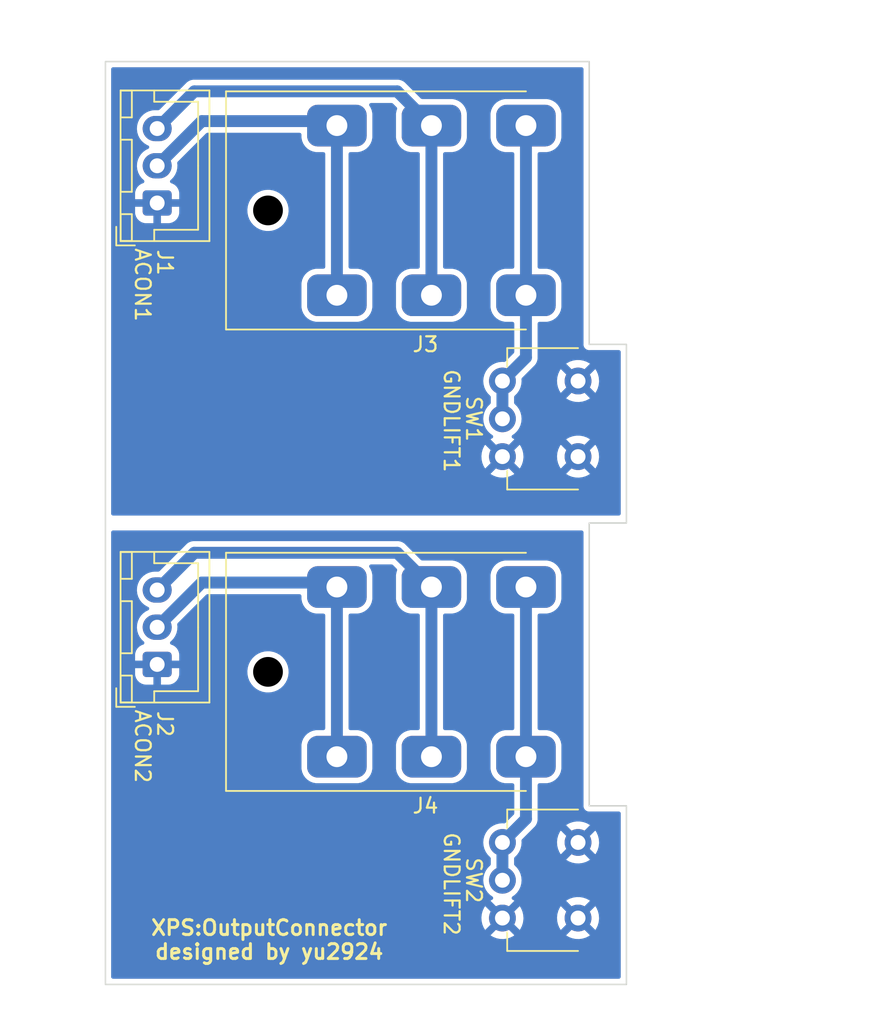
<source format=kicad_pcb>
(kicad_pcb (version 20211014) (generator pcbnew)
  (title_block (title "XPS:OutputConnector") (company "yu2924"))
  (layers (0 "F.Cu" signal) (31 "B.Cu" signal) (34 "B.Paste" user) (35 "F.Paste" user) (36 "B.SilkS" user "B.Silkscreen") (37 "F.SilkS" user "F.Silkscreen") (38 "B.Mask" user) (39 "F.Mask" user) (44 "Edge.Cuts" user))
  (net 0 "")
  (net 1 "G1")
  (net 2 "Net-(J1-Pad2)")
  (net 3 "Net-(J1-Pad3)")
  (net 4 "G2")
  (net 5 "Net-(J2-Pad2)")
  (net 6 "Net-(J2-Pad3)")
  (net 7 "Net-(J3-Pad1)")
  (net 8 "Net-(J4-Pad1)")
  (footprint "Local:JST-XH-B3B-XH-A-1x03-P2.50mm-Vertical" (layer "F.Cu") (at 33.475 39.5 90)
    (fp_text reference "J1" (at -4 0.525 270 unlocked) (layer "F.SilkS"))
    (fp_text value "ACON1" (at -5.5 -0.975 270 unlocked) (layer "F.SilkS"))
    (fp_line (start -2.55 -2.45) (end -2.55 -1.7) (layer "F.SilkS") (width 0.12))
    (fp_line (start -0.75 -2.45) (end -2.55 -2.45) (layer "F.SilkS") (width 0.12))
    (fp_line (start 0.75 -2.45) (end 0.75 -1.7) (layer "F.SilkS") (width 0.12))
    (fp_line (start -1.8 -0.2) (end -1.8 2.75) (layer "F.SilkS") (width 0.12))
    (fp_line (start 7.56 -2.46) (end -2.56 -2.46) (layer "F.SilkS") (width 0.12))
    (fp_line (start -2.56 -2.46) (end -2.56 3.51) (layer "F.SilkS") (width 0.12))
    (fp_line (start 7.55 -1.7) (end 7.55 -2.45) (layer "F.SilkS") (width 0.12))
    (fp_line (start 0.75 -1.7) (end 4.25 -1.7) (layer "F.SilkS") (width 0.12))
    (fp_line (start -0.75 -1.7) (end -0.75 -2.45) (layer "F.SilkS") (width 0.12))
    (fp_line (start 5.75 -2.45) (end 5.75 -1.7) (layer "F.SilkS") (width 0.12))
    (fp_line (start 6.8 -0.2) (end 6.8 2.75) (layer "F.SilkS") (width 0.12))
    (fp_line (start -1.6 -2.75) (end -2.85 -2.75) (layer "F.SilkS") (width 0.12))
    (fp_line (start 7.56 3.51) (end 7.56 -2.46) (layer "F.SilkS") (width 0.12))
    (fp_line (start -2.55 -1.7) (end -0.75 -1.7) (layer "F.SilkS") (width 0.12))
    (fp_line (start 7.55 -2.45) (end 5.75 -2.45) (layer "F.SilkS") (width 0.12))
    (fp_line (start -2.56 3.51) (end 7.56 3.51) (layer "F.SilkS") (width 0.12))
    (fp_line (start 7.55 -0.2) (end 6.8 -0.2) (layer "F.SilkS") (width 0.12))
    (fp_line (start 4.25 -2.45) (end 0.75 -2.45) (layer "F.SilkS") (width 0.12))
    (fp_line (start 5.75 -1.7) (end 7.55 -1.7) (layer "F.SilkS") (width 0.12))
    (fp_line (start 6.8 2.75) (end 2.5 2.75) (layer "F.SilkS") (width 0.12))
    (fp_line (start 4.25 -1.7) (end 4.25 -2.45) (layer "F.SilkS") (width 0.12))
    (fp_line (start -1.8 2.75) (end 2.5 2.75) (layer "F.SilkS") (width 0.12))
    (fp_line (start -2.55 -0.2) (end -1.8 -0.2) (layer "F.SilkS") (width 0.12))
    (fp_line (start -2.85 -2.75) (end -2.85 -1.5) (layer "F.SilkS") (width 0.12))
    (pad "1" thru_hole roundrect (at 0 0 90) (size 1.7 1.95) (drill 1) (layers *.Cu *.Mask) (roundrect_rratio 0.1470588235) (net 1 "G1"))
    (pad "2" thru_hole oval (at 2.5 0 90) (size 1.7 1.95) (drill 1) (layers *.Cu *.Mask) (net 2 "Net-(J1-Pad2)"))
    (pad "3" thru_hole oval (at 5 0 90) (size 1.7 1.95) (drill 1) (layers *.Cu *.Mask) (net 3 "Net-(J1-Pad3)"))
  )
  (footprint "Local:Amphenol-ACJS-MHDR" (layer "F.Cu") (at 58.25 40)
    (fp_text reference "J3" (at -6.75 9 unlocked) (layer "F.SilkS"))
    (fp_text value "AOUT1")
    (fp_line (start -20.15 -8) (end -20.15 8) (layer "F.SilkS") (width 0.12))
    (fp_line (start -20.15 8) (end 0 8) (layer "F.SilkS") (width 0.12))
    (fp_line (start 0 -8) (end -20.15 -8) (layer "F.SilkS") (width 0.12))
    (pad "" np_thru_hole circle (at -17.33 0) (size 2 2) (drill 2) (layers *.Mask))
    (pad "1" thru_hole roundrect (at 0 5.7) (size 4 2.8) (drill 1.4) (layers *.Cu *.Mask) (net 7 "Net-(J3-Pad1)"))
    (pad "2" thru_hole roundrect (at -6.35 5.7) (size 4 2.8) (drill 1.4) (layers *.Cu *.Mask) (net 3 "Net-(J1-Pad3)"))
    (pad "3" thru_hole roundrect (at -12.7 5.7) (size 4 2.8) (drill 1.4) (layers *.Cu *.Mask) (net 2 "Net-(J1-Pad2)"))
    (pad "4" thru_hole roundrect (at 0 -5.7) (size 4 2.8) (drill 1.4) (layers *.Cu *.Mask) (net 7 "Net-(J3-Pad1)"))
    (pad "5" thru_hole roundrect (at -6.35 -5.7) (size 4 2.8) (drill 1.4) (layers *.Cu *.Mask) (net 3 "Net-(J1-Pad3)"))
    (pad "6" thru_hole roundrect (at -12.7 -5.7) (size 4 2.8) (drill 1.4) (layers *.Cu *.Mask) (net 2 "Net-(J1-Pad2)"))
  )
  (footprint "Local:JST-XH-B3B-XH-A-1x03-P2.50mm-Vertical" (layer "F.Cu") (at 33.475 70.5 90)
    (fp_text reference "J2" (at -4 0.525 270 unlocked) (layer "F.SilkS"))
    (fp_text value "ACON2" (at -5.5 -0.975 270 unlocked) (layer "F.SilkS"))
    (fp_line (start 4.25 -2.45) (end 0.75 -2.45) (layer "F.SilkS") (width 0.12))
    (fp_line (start 7.56 3.51) (end 7.56 -2.46) (layer "F.SilkS") (width 0.12))
    (fp_line (start -2.55 -0.2) (end -1.8 -0.2) (layer "F.SilkS") (width 0.12))
    (fp_line (start 7.55 -0.2) (end 6.8 -0.2) (layer "F.SilkS") (width 0.12))
    (fp_line (start -2.85 -2.75) (end -2.85 -1.5) (layer "F.SilkS") (width 0.12))
    (fp_line (start 0.75 -1.7) (end 4.25 -1.7) (layer "F.SilkS") (width 0.12))
    (fp_line (start -2.56 -2.46) (end -2.56 3.51) (layer "F.SilkS") (width 0.12))
    (fp_line (start 5.75 -1.7) (end 7.55 -1.7) (layer "F.SilkS") (width 0.12))
    (fp_line (start 0.75 -2.45) (end 0.75 -1.7) (layer "F.SilkS") (width 0.12))
    (fp_line (start -1.8 2.75) (end 2.5 2.75) (layer "F.SilkS") (width 0.12))
    (fp_line (start -1.8 -0.2) (end -1.8 2.75) (layer "F.SilkS") (width 0.12))
    (fp_line (start 7.56 -2.46) (end -2.56 -2.46) (layer "F.SilkS") (width 0.12))
    (fp_line (start 7.55 -2.45) (end 5.75 -2.45) (layer "F.SilkS") (width 0.12))
    (fp_line (start -0.75 -1.7) (end -0.75 -2.45) (layer "F.SilkS") (width 0.12))
    (fp_line (start -0.75 -2.45) (end -2.55 -2.45) (layer "F.SilkS") (width 0.12))
    (fp_line (start 6.8 -0.2) (end 6.8 2.75) (layer "F.SilkS") (width 0.12))
    (fp_line (start 7.55 -1.7) (end 7.55 -2.45) (layer "F.SilkS") (width 0.12))
    (fp_line (start 4.25 -1.7) (end 4.25 -2.45) (layer "F.SilkS") (width 0.12))
    (fp_line (start -2.56 3.51) (end 7.56 3.51) (layer "F.SilkS") (width 0.12))
    (fp_line (start 6.8 2.75) (end 2.5 2.75) (layer "F.SilkS") (width 0.12))
    (fp_line (start -2.55 -1.7) (end -0.75 -1.7) (layer "F.SilkS") (width 0.12))
    (fp_line (start 5.75 -2.45) (end 5.75 -1.7) (layer "F.SilkS") (width 0.12))
    (fp_line (start -1.6 -2.75) (end -2.85 -2.75) (layer "F.SilkS") (width 0.12))
    (fp_line (start -2.55 -2.45) (end -2.55 -1.7) (layer "F.SilkS") (width 0.12))
    (pad "1" thru_hole roundrect (at 0 0 90) (size 1.7 1.95) (drill 1) (layers *.Cu *.Mask) (roundrect_rratio 0.1470588235) (net 4 "G2"))
    (pad "2" thru_hole oval (at 2.5 0 90) (size 1.7 1.95) (drill 1) (layers *.Cu *.Mask) (net 5 "Net-(J2-Pad2)"))
    (pad "3" thru_hole oval (at 5 0 90) (size 1.7 1.95) (drill 1) (layers *.Cu *.Mask) (net 6 "Net-(J2-Pad3)"))
  )
  (footprint "Local:Amphenol-ACJS-MHDR" (layer "F.Cu") (at 58.25 71)
    (fp_text reference "J4" (at -6.75 9 unlocked) (layer "F.SilkS"))
    (fp_text value "AOUT2")
    (fp_line (start 0 -8) (end -20.15 -8) (layer "F.SilkS") (width 0.12))
    (fp_line (start -20.15 -8) (end -20.15 8) (layer "F.SilkS") (width 0.12))
    (fp_line (start -20.15 8) (end 0 8) (layer "F.SilkS") (width 0.12))
    (pad "" np_thru_hole circle (at -17.33 0) (size 2 2) (drill 2) (layers *.Mask))
    (pad "1" thru_hole roundrect (at 0 5.7) (size 4 2.8) (drill 1.4) (layers *.Cu *.Mask) (net 8 "Net-(J4-Pad1)"))
    (pad "2" thru_hole roundrect (at -6.35 5.7) (size 4 2.8) (drill 1.4) (layers *.Cu *.Mask) (net 6 "Net-(J2-Pad3)"))
    (pad "3" thru_hole roundrect (at -12.7 5.7) (size 4 2.8) (drill 1.4) (layers *.Cu *.Mask) (net 5 "Net-(J2-Pad2)"))
    (pad "4" thru_hole roundrect (at 0 -5.7) (size 4 2.8) (drill 1.4) (layers *.Cu *.Mask) (net 8 "Net-(J4-Pad1)"))
    (pad "5" thru_hole roundrect (at -6.35 -5.7) (size 4 2.8) (drill 1.4) (layers *.Cu *.Mask) (net 6 "Net-(J2-Pad3)"))
    (pad "6" thru_hole roundrect (at -12.7 -5.7) (size 4 2.8) (drill 1.4) (layers *.Cu *.Mask) (net 5 "Net-(J2-Pad2)"))
  )
  (footprint "Local:FUJISOKU-AS1D-5M-10-Z" (layer "F.Cu") (at 61.75 85)
    (fp_text reference "SW2" (at -7 0 270 unlocked) (layer "F.SilkS"))
    (fp_text value "GNDLIFT2" (at -8.5 0.245 270 unlocked) (layer "F.SilkS"))
    (fp_line (start -4.76 -4.75) (end 0 -4.75) (layer "F.SilkS") (width 0.12))
    (fp_line (start -4.76 -3.5) (end -4.76 -4.75) (layer "F.SilkS") (width 0.12))
    (fp_line (start -4.76 3.5) (end -4.76 4.75) (layer "F.SilkS") (width 0.12))
    (fp_line (start -4.76 4.75) (end 0 4.75) (layer "F.SilkS") (width 0.12))
    (pad "1" thru_hole circle (at -5.08 -2.54) (size 1.8 1.8) (drill 1) (layers *.Cu *.Mask) (net 8 "Net-(J4-Pad1)"))
    (pad "2" thru_hole circle (at -5.08 0) (size 1.8 1.8) (drill 1) (layers *.Cu *.Mask) (net 8 "Net-(J4-Pad1)"))
    (pad "3" thru_hole circle (at -5.08 2.54) (size 1.8 1.8) (drill 1) (layers *.Cu *.Mask) (net 4 "G2"))
    (pad "4" thru_hole circle (at 0 2.54) (size 1.8 1.8) (drill 1) (layers *.Cu *.Mask) (net 4 "G2"))
    (pad "4" thru_hole circle (at 0 -2.54) (size 1.8 1.8) (drill 1) (layers *.Cu *.Mask) (net 4 "G2"))
  )
  (footprint "Local:FUJISOKU-AS1D-5M-10-Z" (layer "F.Cu") (at 61.75 54)
    (fp_text reference "SW1" (at -7 0 270 unlocked) (layer "F.SilkS"))
    (fp_text value "GNDLIFT1" (at -8.5 0.13 270 unlocked) (layer "F.SilkS"))
    (fp_line (start -4.76 3.5) (end -4.76 4.75) (layer "F.SilkS") (width 0.12))
    (fp_line (start -4.76 4.75) (end 0 4.75) (layer "F.SilkS") (width 0.12))
    (fp_line (start -4.76 -3.5) (end -4.76 -4.75) (layer "F.SilkS") (width 0.12))
    (fp_line (start -4.76 -4.75) (end 0 -4.75) (layer "F.SilkS") (width 0.12))
    (pad "1" thru_hole circle (at -5.08 -2.54) (size 1.8 1.8) (drill 1) (layers *.Cu *.Mask) (net 7 "Net-(J3-Pad1)"))
    (pad "2" thru_hole circle (at -5.08 0) (size 1.8 1.8) (drill 1) (layers *.Cu *.Mask) (net 7 "Net-(J3-Pad1)"))
    (pad "3" thru_hole circle (at -5.08 2.54) (size 1.8 1.8) (drill 1) (layers *.Cu *.Mask) (net 1 "G1"))
    (pad "4" thru_hole circle (at 0 -2.54) (size 1.8 1.8) (drill 1) (layers *.Cu *.Mask) (net 1 "G1"))
    (pad "4" thru_hole circle (at 0 2.54) (size 1.8 1.8) (drill 1) (layers *.Cu *.Mask) (net 1 "G1"))
  )
  (gr_poly (pts (xy 62.5 49) (xy 65 49) (xy 65 61) (xy 62.5 61) (xy 62.5 80) (xy 65 80) (xy 65 92) (xy 30 92) (xy 30 30) (xy 62.5 30)) (layer "Edge.Cuts") (width 0.1) (fill none))
  (gr_text "XPS:OutputConnector\ndesigned by yu2924" (at 41 89) (layer "F.SilkS") (effects (font (size 1 1) (thickness 0.2))))
  (segment (start 45.55 34.3) (end 45.25 34) (width 0.8) (layer "B.Cu") (net 2))
  (segment (start 36.475 34) (end 33.475 37) (width 0.8) (layer "B.Cu") (net 2))
  (segment (start 45.25 34) (end 36.475 34) (width 0.8) (layer "B.Cu") (net 2))
  (segment (start 45.55 34.3) (end 45.55 45.7) (width 0.8) (layer "B.Cu") (net 2))
  (segment (start 49.6 32) (end 51.9 34.3) (width 0.8) (layer "B.Cu") (net 3))
  (segment (start 33.475 34.5) (end 35.975 32) (width 0.8) (layer "B.Cu") (net 3))
  (segment (start 51.9 34.3) (end 51.9 45.7) (width 0.8) (layer "B.Cu") (net 3))
  (segment (start 35.975 32) (end 49.6 32) (width 0.8) (layer "B.Cu") (net 3))
  (segment (start 45.55 65.3) (end 45.55 76.7) (width 0.8) (layer "B.Cu") (net 5))
  (segment (start 36.475 65) (end 33.475 68) (width 0.8) (layer "B.Cu") (net 5))
  (segment (start 45.55 65.3) (end 45.25 65) (width 0.8) (layer "B.Cu") (net 5))
  (segment (start 45.25 65) (end 36.475 65) (width 0.8) (layer "B.Cu") (net 5))
  (segment (start 49.6 63) (end 51.9 65.3) (width 0.8) (layer "B.Cu") (net 6))
  (segment (start 51.9 65.3) (end 51.9 76.7) (width 0.8) (layer "B.Cu") (net 6))
  (segment (start 35.975 63) (end 49.6 63) (width 0.8) (layer "B.Cu") (net 6))
  (segment (start 33.475 65.5) (end 35.975 63) (width 0.8) (layer "B.Cu") (net 6))
  (segment (start 58.25 34.3) (end 58.25 45.7) (width 0.8) (layer "B.Cu") (net 7))
  (segment (start 56.67 54) (end 56.67 51.46) (width 0.8) (layer "B.Cu") (net 7))
  (segment (start 58.25 49.88) (end 56.67 51.46) (width 0.8) (layer "B.Cu") (net 7))
  (segment (start 58.25 45.7) (end 58.25 49.88) (width 0.8) (layer "B.Cu") (net 7))
  (segment (start 58.25 76.7) (end 58.25 80.88) (width 0.8) (layer "B.Cu") (net 8))
  (segment (start 58.25 65.3) (end 58.25 76.7) (width 0.8) (layer "B.Cu") (net 8))
  (segment (start 56.67 85) (end 56.67 82.46) (width 0.8) (layer "B.Cu") (net 8))
  (segment (start 58.25 80.88) (end 56.67 82.46) (width 0.8) (layer "B.Cu") (net 8))
  (zone (net 4) (net_name "G2") (layer "B.Cu") (connect_pads (clearance 0.381)) (min_thickness 0.254) (fill yes (thermal_gap 0.508) (thermal_bridge_width 0.508))
    (polygon (pts (xy 62.5 80) (xy 65 80) (xy 65 92) (xy 30 92) (xy 30 61.5) (xy 62.5 61.5)))
  )
  (zone (net 1) (net_name "G1") (layer "B.Cu") (connect_pads (clearance 0.381)) (min_thickness 0.254) (fill yes (thermal_gap 0.508) (thermal_bridge_width 0.508))
    (polygon (pts (xy 62.5 49) (xy 65 49) (xy 65 60.5) (xy 30 60.5) (xy 30 30) (xy 62.5 30)))
  )
)
</source>
